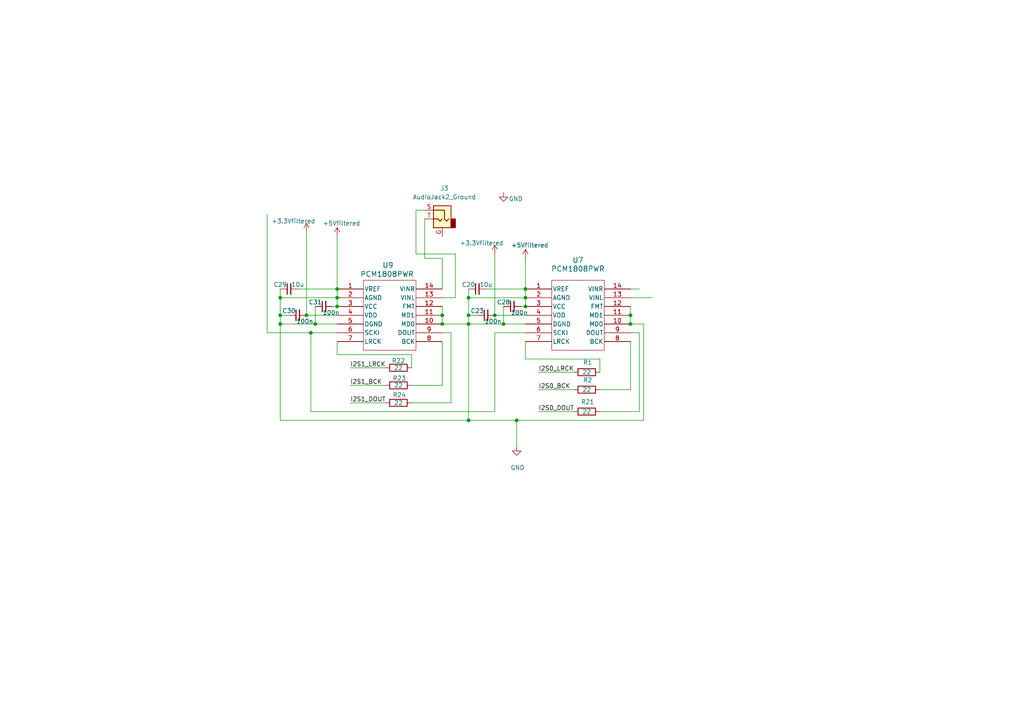
<source format=kicad_sch>
(kicad_sch (version 20250114) (generator "eeschema") (generator_version "9.0")
  (paper "A4")
  (lib_symbols
    (symbol "+3.3V_1" (power) (pin_names (offset 0))
      (property "Value" "+3.3V" (at 0 3.556 0))
      (symbol "+3.3V_1_0_1"
        (polyline (pts (xy -0.762 1.27) (xy 0 2.54)))
        (polyline (pts (xy 0 2.54) (xy 0.762 1.27)))
        (polyline (pts (xy 0 0) (xy 0 2.54)))
      )
      (symbol "+3.3V_1_1_1"
        (pin power_in line (at 0 0 90) (length 0) (hide yes) (name "+3.3V") (number "1"))
      )
    )
    (symbol "+3.3V_4" (power) (pin_names (offset 0))
      (property "Value" "+3.3V" (at 0 3.556 0))
      (symbol "+3.3V_4_0_1"
        (polyline (pts (xy -0.762 1.27) (xy 0 2.54)))
        (polyline (pts (xy 0 2.54) (xy 0.762 1.27)))
        (polyline (pts (xy 0 0) (xy 0 2.54)))
      )
      (symbol "+3.3V_4_1_1"
        (pin power_in line (at 0 0 90) (length 0) (hide yes) (name "+3.3V") (number "1"))
      )
    )
    (symbol "+5V_1" (power) (pin_names (offset 0))
      (property "Value" "+5V" (at 0 3.556 0))
      (symbol "+5V_1_0_1"
        (polyline (pts (xy -0.762 1.27) (xy 0 2.54)))
        (polyline (pts (xy 0 2.54) (xy 0.762 1.27)))
        (polyline (pts (xy 0 0) (xy 0 2.54)))
      )
      (symbol "+5V_1_1_1"
        (pin power_in line (at 0 0 90) (length 0) (hide yes) (name "+5V") (number "1"))
      )
    )
    (symbol "+5V_4" (power) (pin_names (offset 0))
      (property "Value" "+5V" (at 0 3.556 0))
      (symbol "+5V_4_0_1"
        (polyline (pts (xy -0.762 1.27) (xy 0 2.54)))
        (polyline (pts (xy 0 2.54) (xy 0.762 1.27)))
        (polyline (pts (xy 0 0) (xy 0 2.54)))
      )
      (symbol "+5V_4_1_1"
        (pin power_in line (at 0 0 90) (length 0) (hide yes) (name "+5V") (number "1"))
      )
    )
    (symbol "Connector_Audio:AudioJack2_Ground"
      (property "Reference" "J" (at 0 8.89 0))
      (property "Value" "AudioJack2_Ground" (at 0 6.35 0))
      (symbol "AudioJack2_Ground_0_1"
        (rectangle (start -2.54 -2.54) (end -3.81 0) (stroke (width 0.254)) (fill (type outline)))
        (polyline (pts (xy 0 0) (xy 0.635 -0.635) (xy 1.27 0) (xy 2.54 0)) (stroke (width 0.254)))
        (rectangle (start 2.54 3.81) (end -2.54 -2.54) (stroke (width 0.254)) (fill (type background)))
        (polyline (pts (xy 2.54 2.54) (xy -0.635 2.54) (xy -0.635 0) (xy -1.27 -0.635) (xy -1.905 0)) (stroke (width 0.254)))
      )
      (symbol "AudioJack2_Ground_1_1"
        (pin passive line (at 0 -5.08 90) (length 2.54) (name "~") (number "G"))
        (pin passive line (at 5.08 2.54 180) (length 2.54) (name "~") (number "S"))
        (pin passive line (at 5.08 0 180) (length 2.54) (name "~") (number "T"))
      )
    )
    (symbol "Device:C_Small" (pin_numbers (hide yes)) (pin_names (offset 0.254) (hide yes))
      (property "Reference" "C" (at 0.254 1.778 0))
      (property "Value" "C_Small" (at 0.254 -2.032 0))
      (symbol "C_Small_0_1"
        (polyline (pts (xy -1.524 0.508) (xy 1.524 0.508)) (stroke (width 0.3048)))
        (polyline (pts (xy -1.524 -0.508) (xy 1.524 -0.508)) (stroke (width 0.3302)))
      )
      (symbol "C_Small_1_1"
        (pin passive line (at 0 2.54 270) (length 2.032) (name "~") (number "1"))
        (pin passive line (at 0 -2.54 90) (length 2.032) (name "~") (number "2"))
      )
    )
    (symbol "Device:R" (pin_numbers (hide yes)) (pin_names (offset 0))
      (property "Reference" "R" (at 2.032 0 90))
      (property "Value" "R" (at 0 0 90))
      (symbol "R_0_1"
        (rectangle (start -1.016 -2.54) (end 1.016 2.54) (stroke (width 0.254)))
      )
      (symbol "R_1_1"
        (pin passive line (at 0 3.81 270) (length 1.27) (name "~") (number "1"))
        (pin passive line (at 0 -3.81 90) (length 1.27) (name "~") (number "2"))
      )
    )
    (symbol "GND_5" (power) (pin_names (offset 0))
      (property "Value" "GND" (at 0 -3.81 0))
      (symbol "GND_5_0_1"
        (polyline (pts (xy 0 0) (xy 0 -1.27) (xy 1.27 -1.27) (xy 0 -2.54) (xy -1.27 -1.27) (xy 0 -1.27)))
      )
      (symbol "GND_5_1_1"
        (pin power_in line (at 0 0 270) (length 0) (hide yes) (name "GND") (number "1"))
      )
    )
    (symbol "PCM1808PWR_1" (pin_names (offset 0.254))
      (property "Reference" "U7" (at 30.48 8.382 0))
      (property "Value" "PCM1808PWR" (at 30.48 5.842 0))
      (symbol "PCM1808PWR_1_0_1"
        (polyline (pts (xy 22.86 2.54) (xy 22.86 -17.78)) (stroke (width 0.127)))
        (polyline (pts (xy 22.86 -17.78) (xy 38.1 -17.78)) (stroke (width 0.127)))
        (polyline (pts (xy 38.1 2.54) (xy 22.86 2.54)) (stroke (width 0.127)))
        (polyline (pts (xy 38.1 -17.78) (xy 38.1 2.54)) (stroke (width 0.127)))
        (pin power_in line (at 15.24 0 0) (length 7.62) (name "VREF") (number "1"))
        (pin power_in line (at 15.24 -2.54 0) (length 7.62) (name "AGND") (number "2"))
        (pin power_in line (at 15.24 -5.08 0) (length 7.62) (name "VCC") (number "3"))
        (pin power_in line (at 15.24 -7.62 0) (length 7.62) (name "VDD") (number "4"))
        (pin power_in line (at 15.24 -10.16 0) (length 7.62) (name "DGND") (number "5"))
        (pin input line (at 15.24 -12.7 0) (length 7.62) (name "SCKI") (number "6"))
        (pin bidirectional line (at 15.24 -15.24 0) (length 7.62) (name "LRCK") (number "7"))
        (pin input line (at 45.72 0 180) (length 7.62) (name "VINR") (number "14"))
        (pin input line (at 45.72 -2.54 180) (length 7.62) (name "VINL") (number "13"))
        (pin input line (at 45.72 -5.08 180) (length 7.62) (name "FMT") (number "12"))
        (pin input line (at 45.72 -7.62 180) (length 7.62) (name "MD1") (number "11"))
        (pin input line (at 45.72 -10.16 180) (length 7.62) (name "MD0") (number "10"))
        (pin output line (at 45.72 -12.7 180) (length 7.62) (name "DOUT") (number "9"))
        (pin bidirectional line (at 45.72 -15.24 180) (length 7.62) (name "BCK") (number "8"))
      )
    )
  )
  (junction (at 152.4 83.82))
  (junction (at 97.79 86.36))
  (junction (at 88.9 91.44))
  (junction (at 97.79 83.82))
  (junction (at 128.27 91.44))
  (junction (at 128.27 93.98))
  (junction (at 149.86 121.92))
  (junction (at 182.88 93.98))
  (junction (at 81.28 91.44))
  (junction (at 143.51 91.44))
  (junction (at 81.28 86.36))
  (junction (at 152.4 88.9))
  (junction (at 91.44 93.98))
  (junction (at 97.79 88.9))
  (junction (at 135.89 93.98))
  (junction (at 152.4 86.36))
  (junction (at 135.89 86.36))
  (junction (at 146.05 93.98))
  (junction (at 90.17 96.52))
  (junction (at 135.89 91.44))
  (junction (at 182.88 91.44))
  (junction (at 135.89 121.92))
  (junction (at 81.28 93.98))
  (wire (pts (xy 90.17 96.52) (xy 90.17 119.38)))
  (wire (pts (xy 182.88 93.98) (xy 186.69 93.98)))
  (wire (pts (xy 182.88 88.9) (xy 182.88 91.44)))
  (wire (pts (xy 132.08 73.66) (xy 132.08 86.36)))
  (wire (pts (xy 152.4 74.93) (xy 152.4 83.82)))
  (wire (pts (xy 156.21 119.38) (xy 166.37 119.38)))
  (wire (pts (xy 128.27 88.9) (xy 128.27 91.44)))
  (wire (pts (xy 156.21 113.03) (xy 166.37 113.03)))
  (wire (pts (xy 81.28 86.36) (xy 81.28 91.44)))
  (wire (pts (xy 128.27 99.06) (xy 128.27 111.76)))
  (wire (pts (xy 152.4 86.36) (xy 152.4 88.9)))
  (wire (pts (xy 123.19 74.93) (xy 128.27 74.93)))
  (wire (pts (xy 140.97 83.82) (xy 152.4 83.82)))
  (wire (pts (xy 135.89 121.92) (xy 149.86 121.92)))
  (wire (pts (xy 135.89 91.44) (xy 138.43 91.44)))
  (wire (pts (xy 81.28 91.44) (xy 81.28 93.98)))
  (wire (pts (xy 81.28 83.82) (xy 81.28 86.36)))
  (wire (pts (xy 152.4 104.14) (xy 173.99 104.14)))
  (wire (pts (xy 152.4 104.14) (xy 152.4 99.06)))
  (wire (pts (xy 97.79 83.82) (xy 97.79 86.36)))
  (wire (pts (xy 135.89 83.82) (xy 135.89 86.36)))
  (wire (pts (xy 97.79 102.87) (xy 119.38 102.87)))
  (wire (pts (xy 123.19 63.5) (xy 123.19 74.93)))
  (wire (pts (xy 143.51 119.38) (xy 90.17 119.38)))
  (wire (pts (xy 128.27 86.36) (xy 132.08 86.36)))
  (wire (pts (xy 182.88 96.52) (xy 185.42 96.52)))
  (wire (pts (xy 156.21 107.95) (xy 166.37 107.95)))
  (wire (pts (xy 91.44 93.98) (xy 81.28 93.98)))
  (wire (pts (xy 143.51 91.44) (xy 152.4 91.44)))
  (wire (pts (xy 77.47 62.23) (xy 77.47 96.52)))
  (wire (pts (xy 120.65 73.66) (xy 132.08 73.66)))
  (wire (pts (xy 91.44 88.9) (xy 91.44 93.98)))
  (wire (pts (xy 86.36 83.82) (xy 97.79 83.82)))
  (wire (pts (xy 97.79 86.36) (xy 97.79 88.9)))
  (wire (pts (xy 97.79 88.9) (xy 96.52 88.9)))
  (wire (pts (xy 143.51 96.52) (xy 152.4 96.52)))
  (wire (pts (xy 128.27 93.98) (xy 135.89 93.98)))
  (wire (pts (xy 186.69 121.92) (xy 149.86 121.92)))
  (wire (pts (xy 120.65 60.96) (xy 120.65 73.66)))
  (wire (pts (xy 101.6 116.84) (xy 111.76 116.84)))
  (wire (pts (xy 88.9 67.31) (xy 88.9 91.44)))
  (wire (pts (xy 182.88 86.36) (xy 189.23 86.36)))
  (wire (pts (xy 143.51 96.52) (xy 143.51 119.38)))
  (wire (pts (xy 185.42 83.82) (xy 182.88 83.82)))
  (wire (pts (xy 182.88 99.06) (xy 182.88 113.03)))
  (wire (pts (xy 128.27 91.44) (xy 128.27 93.98)))
  (wire (pts (xy 151.13 88.9) (xy 152.4 88.9)))
  (wire (pts (xy 135.89 86.36) (xy 152.4 86.36)))
  (wire (pts (xy 81.28 91.44) (xy 83.82 91.44)))
  (wire (pts (xy 123.19 60.96) (xy 120.65 60.96)))
  (wire (pts (xy 152.4 93.98) (xy 146.05 93.98)))
  (wire (pts (xy 81.28 121.92) (xy 135.89 121.92)))
  (wire (pts (xy 128.27 74.93) (xy 128.27 83.82)))
  (wire (pts (xy 186.69 93.98) (xy 186.69 121.92)))
  (wire (pts (xy 182.88 113.03) (xy 173.99 113.03)))
  (wire (pts (xy 173.99 104.14) (xy 173.99 107.95)))
  (wire (pts (xy 81.28 93.98) (xy 81.28 121.92)))
  (wire (pts (xy 128.27 96.52) (xy 130.81 96.52)))
  (wire (pts (xy 152.4 83.82) (xy 152.4 86.36)))
  (wire (pts (xy 135.89 93.98) (xy 135.89 121.92)))
  (wire (pts (xy 135.89 91.44) (xy 135.89 93.98)))
  (wire (pts (xy 185.42 96.52) (xy 185.42 119.38)))
  (wire (pts (xy 119.38 102.87) (xy 119.38 106.68)))
  (wire (pts (xy 101.6 106.68) (xy 111.76 106.68)))
  (wire (pts (xy 88.9 91.44) (xy 97.79 91.44)))
  (wire (pts (xy 182.88 91.44) (xy 182.88 93.98)))
  (wire (pts (xy 143.51 73.66) (xy 143.51 91.44)))
  (wire (pts (xy 128.27 111.76) (xy 119.38 111.76)))
  (wire (pts (xy 146.05 93.98) (xy 135.89 93.98)))
  (wire (pts (xy 90.17 96.52) (xy 97.79 96.52)))
  (wire (pts (xy 130.81 96.52) (xy 130.81 116.84)))
  (wire (pts (xy 77.47 96.52) (xy 90.17 96.52)))
  (wire (pts (xy 101.6 111.76) (xy 111.76 111.76)))
  (wire (pts (xy 149.86 121.92) (xy 149.86 129.54)))
  (wire (pts (xy 119.38 116.84) (xy 130.81 116.84)))
  (wire (pts (xy 97.79 102.87) (xy 97.79 99.06)))
  (wire (pts (xy 135.89 86.36) (xy 135.89 91.44)))
  (wire (pts (xy 173.99 119.38) (xy 185.42 119.38)))
  (wire (pts (xy 97.79 93.98) (xy 91.44 93.98)))
  (wire (pts (xy 146.05 88.9) (xy 146.05 93.98)))
  (wire (pts (xy 97.79 68.58) (xy 97.79 83.82)))
  (wire (pts (xy 81.28 86.36) (xy 97.79 86.36)))
  (label "I2S0_BCK" (at 156.21 113.03 0))
  (label "I2S1_DOUT" (at 101.6 116.84 0))
  (label "I2S0_LRCK" (at 156.21 107.95 0))
  (label "I2S1_BCK" (at 101.6 111.76 0))
  (label "I2S0_DOUT" (at 156.21 119.38 0))
  (label "I2S1_LRCK" (at 101.6 106.68 0))
  (symbol (lib_id "Device:C_Small") (at 148.59 88.9 90) (mirror x) (unit 1)
    (property "Reference" "C28" (at 146.05 87.63 90))
    (property "Value" "100n" (at 150.622 90.678 90))
    (property "Footprint" "Capacitor_SMD:C_0603_1608Metric" (effects (hide yes)))
  )
  (symbol (lib_id "Device:C_Small") (at 86.36 91.44 90) (mirror x) (unit 1)
    (property "Reference" "C30" (at 83.82 90.17 90))
    (property "Value" "100n" (at 88.392 93.218 90))
    (property "Footprint" "Capacitor_SMD:C_0603_1608Metric" (effects (hide yes)))
  )
  (symbol (lib_id "Device:C_Small") (at 138.43 83.82 90) (mirror x) (unit 1)
    (property "Reference" "C20" (at 135.89 82.55 90))
    (property "Value" "10u" (at 140.97 82.55 90))
    (property "Footprint" "Capacitor_SMD:C_0603_1608Metric" (effects (hide yes)))
  )
  (symbol (lib_id "Device:R") (at 170.18 119.38 270) (unit 1)
    (property "Reference" "R21" (at 170.434 116.586 90))
    (property "Value" "22" (at 170.18 119.38 90))
    (property "Footprint" "Resistor_SMD:R_0603_1608Metric" (effects (hide yes)))
  )
  (symbol (lib_name "+3.3V_1") (lib_id "power:+3.3V") (at 88.9 67.31 0) (mirror y) (unit 1)
    (property "Reference" "#PWR020" (effects (hide yes)))
    (property "Value" "+3.3Vfiltered" (at 85.09 64.135 0))
  )
  (symbol (lib_id "Device:R") (at 115.57 111.76 270) (unit 1)
    (property "Reference" "R23" (at 115.824 109.728 90))
    (property "Value" "22" (at 115.57 111.76 90))
    (property "Footprint" "Resistor_SMD:R_0603_1608Metric" (effects (hide yes)))
  )
  (symbol (lib_name "GND_5") (lib_id "power:GND") (at 146.05 55.88 0) (unit 1)
    (property "Reference" "#PWR07" (effects (hide yes)))
    (property "Value" "GND" (at 149.606 57.658 0))
  )
  (symbol (lib_id "Device:C_Small") (at 83.82 83.82 90) (mirror x) (unit 1)
    (property "Reference" "C29" (at 81.28 82.55 90))
    (property "Value" "10u" (at 86.36 82.55 90))
    (property "Footprint" "Capacitor_SMD:C_0603_1608Metric" (effects (hide yes)))
  )
  (symbol (lib_id "Connector_Audio:AudioJack2_Ground") (at 128.27 63.5 0) (mirror y) (unit 1)
    (property "Reference" "J3" (at 128.905 54.61 0))
    (property "Value" "AudioJack2_Ground" (at 128.905 57.15 0))
    (property "Description" "Audio Jack, 2 Poles (Mono / TS), Grounded Sleeve" (effects (hide yes)))
  )
  (symbol (lib_id "Device:R") (at 115.57 116.84 270) (unit 1)
    (property "Reference" "R24" (at 115.824 114.554 90))
    (property "Value" "22" (at 115.57 116.84 90))
    (property "Footprint" "Resistor_SMD:R_0603_1608Metric" (effects (hide yes)))
  )
  (symbol (lib_name "PCM1808PWR_1") (lib_id "2026-01-28_13-06-42:PCM1808PWR") (at 137.16 83.82 0) (unit 1)
    (property "Reference" "U7" (at 167.64 75.438 0) (effects (font (size 1.524 1.524))))
    (property "Value" "PCM1808PWR" (at 167.64 77.978 0) (effects (font (size 1.524 1.524))))
    (property "Footprint" "PW14" (effects (hide yes)))
    (property "Datasheet" "https://www.ti.com/lit/gpn/pcm1808" (effects (hide yes)))
  )
  (symbol (lib_name "+3.3V_4") (lib_id "power:+3.3V") (at 143.51 73.66 0) (mirror y) (unit 1)
    (property "Reference" "#PWR02" (effects (hide yes)))
    (property "Value" "+3.3Vfiltered" (at 139.7 70.485 0))
  )
  (symbol (lib_name "+5V_4") (lib_id "power:+5V") (at 152.4 74.93 0) (unit 1)
    (property "Reference" "#PWR016" (effects (hide yes)))
    (property "Value" "+5Vfiltered" (at 153.67 71.12 0))
  )
  (symbol (lib_id "Device:C_Small") (at 93.98 88.9 90) (mirror x) (unit 1)
    (property "Reference" "C31" (at 91.44 87.63 90))
    (property "Value" "100n" (at 96.012 90.678 90))
    (property "Footprint" "Capacitor_SMD:C_0603_1608Metric" (effects (hide yes)))
  )
  (symbol (lib_name "PCM1808PWR_1") (lib_id "2026-01-28_13-06-42:PCM1808PWR") (at 82.55 83.82 0) (unit 1)
    (property "Reference" "U9" (at 112.522 76.962 0) (effects (font (size 1.524 1.524))))
    (property "Value" "PCM1808PWR" (at 112.268 79.502 0) (effects (font (size 1.524 1.524))))
    (property "Footprint" "PW14" (effects (hide yes)))
    (property "Datasheet" "https://www.ti.com/lit/gpn/pcm1808" (effects (hide yes)))
  )
  (symbol (lib_name "GND_5") (lib_id "power:GND") (at 149.86 129.54 0) (unit 1)
    (property "Reference" "#PWR01" (effects (hide yes)))
    (property "Value" "GND" (at 150.114 135.636 0))
  )
  (symbol (lib_id "Device:R") (at 115.57 106.68 270) (unit 1)
    (property "Reference" "R22" (at 115.57 104.648 90))
    (property "Value" "22" (at 115.57 106.68 90))
    (property "Footprint" "Resistor_SMD:R_0603_1608Metric" (effects (hide yes)))
  )
  (symbol (lib_id "Device:R") (at 170.18 113.03 270) (unit 1)
    (property "Reference" "R2" (at 170.434 110.236 90))
    (property "Value" "22" (at 170.18 113.03 90))
    (property "Footprint" "Resistor_SMD:R_0603_1608Metric" (effects (hide yes)))
  )
  (symbol (lib_id "Device:R") (at 170.18 107.95 270) (unit 1)
    (property "Reference" "R1" (at 170.434 105.156 90))
    (property "Value" "22" (at 170.18 107.95 90))
    (property "Footprint" "Resistor_SMD:R_0603_1608Metric" (effects (hide yes)))
  )
  (symbol (lib_name "+5V_1") (lib_id "power:+5V") (at 97.79 68.58 0) (unit 1)
    (property "Reference" "#PWR021" (effects (hide yes)))
    (property "Value" "+5Vfiltered" (at 99.06 64.77 0))
  )
  (symbol (lib_id "Device:C_Small") (at 140.97 91.44 90) (mirror x) (unit 1)
    (property "Reference" "C23" (at 138.43 90.17 90))
    (property "Value" "100n" (at 143.002 93.218 90))
    (property "Footprint" "Capacitor_SMD:C_0603_1608Metric" (effects (hide yes)))
  )
)
</source>
